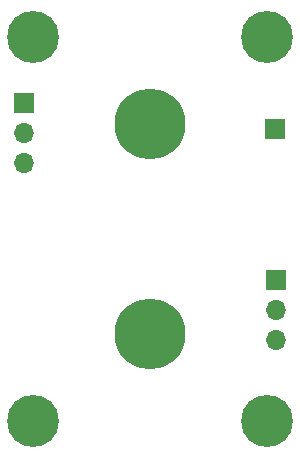
<source format=gbr>
%TF.GenerationSoftware,KiCad,Pcbnew,(6.0.1)*%
%TF.CreationDate,2022-02-11T13:32:31+08:00*%
%TF.ProjectId,OpenEMG_SMD_ver2.1,4f70656e-454d-4475-9f53-4d445f766572,rev?*%
%TF.SameCoordinates,PX6d01460PY54c81a0*%
%TF.FileFunction,Soldermask,Bot*%
%TF.FilePolarity,Negative*%
%FSLAX46Y46*%
G04 Gerber Fmt 4.6, Leading zero omitted, Abs format (unit mm)*
G04 Created by KiCad (PCBNEW (6.0.1)) date 2022-02-11 13:32:31*
%MOMM*%
%LPD*%
G01*
G04 APERTURE LIST*
%ADD10C,6.000000*%
%ADD11C,0.700000*%
%ADD12C,4.400000*%
%ADD13R,1.700000X1.700000*%
%ADD14O,1.700000X1.700000*%
G04 APERTURE END LIST*
D10*
%TO.C,H1*%
X12700000Y27940000D03*
%TD*%
D11*
%TO.C,H6*%
X1144000Y2794000D03*
X3960726Y3960726D03*
X2794000Y4444000D03*
X2794000Y1144000D03*
X4444000Y2794000D03*
X1627274Y1627274D03*
X1627274Y3960726D03*
X3960726Y1627274D03*
D12*
X2794000Y2794000D03*
%TD*%
D13*
%TO.C,J1*%
X2032000Y29718000D03*
D14*
X2032000Y27178000D03*
X2032000Y24638000D03*
%TD*%
D11*
%TO.C,H4*%
X20956000Y35306000D03*
X21439274Y36472726D03*
X24256000Y35306000D03*
X21439274Y34139274D03*
D12*
X22606000Y35306000D03*
D11*
X23772726Y34139274D03*
X23772726Y36472726D03*
X22606000Y36956000D03*
X22606000Y33656000D03*
%TD*%
D13*
%TO.C,J3*%
X23241000Y27559000D03*
%TD*%
D10*
%TO.C,H2*%
X12700000Y10160000D03*
%TD*%
D11*
%TO.C,H5*%
X21439274Y1627274D03*
X22606000Y4444000D03*
D12*
X22606000Y2794000D03*
D11*
X21439274Y3960726D03*
X22606000Y1144000D03*
X23772726Y1627274D03*
X20956000Y2794000D03*
X23772726Y3960726D03*
X24256000Y2794000D03*
%TD*%
D13*
%TO.C,J2*%
X23368000Y14732000D03*
D14*
X23368000Y12192000D03*
X23368000Y9652000D03*
%TD*%
D11*
%TO.C,H3*%
X1627274Y36472726D03*
X2794000Y36956000D03*
D12*
X2794000Y35306000D03*
D11*
X3960726Y34139274D03*
X1627274Y34139274D03*
X3960726Y36472726D03*
X4444000Y35306000D03*
X1144000Y35306000D03*
X2794000Y33656000D03*
%TD*%
M02*

</source>
